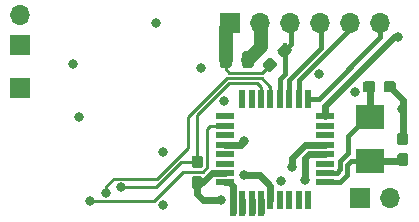
<source format=gbr>
G04 #@! TF.GenerationSoftware,KiCad,Pcbnew,(5.1.5)-3*
G04 #@! TF.CreationDate,2020-04-16T17:24:26+10:00*
G04 #@! TF.ProjectId,Heterodyne,48657465-726f-4647-996e-652e6b696361,rev?*
G04 #@! TF.SameCoordinates,Original*
G04 #@! TF.FileFunction,Copper,L4,Bot*
G04 #@! TF.FilePolarity,Positive*
%FSLAX46Y46*%
G04 Gerber Fmt 4.6, Leading zero omitted, Abs format (unit mm)*
G04 Created by KiCad (PCBNEW (5.1.5)-3) date 2020-04-16 17:24:26*
%MOMM*%
%LPD*%
G04 APERTURE LIST*
%ADD10O,1.700000X1.700000*%
%ADD11R,1.700000X1.700000*%
%ADD12R,0.600000X0.600000*%
%ADD13C,0.100000*%
%ADD14R,1.600000X0.550000*%
%ADD15R,0.550000X1.600000*%
%ADD16R,2.400000X2.000000*%
%ADD17C,0.800000*%
%ADD18C,0.600000*%
%ADD19C,1.200000*%
%ADD20C,0.250000*%
%ADD21C,0.400000*%
G04 APERTURE END LIST*
D10*
X136020000Y-49500000D03*
X133480000Y-49500000D03*
X130940000Y-49500000D03*
X128400000Y-49500000D03*
X125860000Y-49500000D03*
D11*
X123320000Y-49500000D03*
D12*
X123500000Y-65600000D03*
X124300000Y-65600000D03*
X125100000Y-65600000D03*
X125900000Y-65600000D03*
G04 #@! TA.AperFunction,SMDPad,CuDef*
D13*
G36*
X138160779Y-58776144D02*
G01*
X138183834Y-58779563D01*
X138206443Y-58785227D01*
X138228387Y-58793079D01*
X138249457Y-58803044D01*
X138269448Y-58815026D01*
X138288168Y-58828910D01*
X138305438Y-58844562D01*
X138321090Y-58861832D01*
X138334974Y-58880552D01*
X138346956Y-58900543D01*
X138356921Y-58921613D01*
X138364773Y-58943557D01*
X138370437Y-58966166D01*
X138373856Y-58989221D01*
X138375000Y-59012500D01*
X138375000Y-59587500D01*
X138373856Y-59610779D01*
X138370437Y-59633834D01*
X138364773Y-59656443D01*
X138356921Y-59678387D01*
X138346956Y-59699457D01*
X138334974Y-59719448D01*
X138321090Y-59738168D01*
X138305438Y-59755438D01*
X138288168Y-59771090D01*
X138269448Y-59784974D01*
X138249457Y-59796956D01*
X138228387Y-59806921D01*
X138206443Y-59814773D01*
X138183834Y-59820437D01*
X138160779Y-59823856D01*
X138137500Y-59825000D01*
X137662500Y-59825000D01*
X137639221Y-59823856D01*
X137616166Y-59820437D01*
X137593557Y-59814773D01*
X137571613Y-59806921D01*
X137550543Y-59796956D01*
X137530552Y-59784974D01*
X137511832Y-59771090D01*
X137494562Y-59755438D01*
X137478910Y-59738168D01*
X137465026Y-59719448D01*
X137453044Y-59699457D01*
X137443079Y-59678387D01*
X137435227Y-59656443D01*
X137429563Y-59633834D01*
X137426144Y-59610779D01*
X137425000Y-59587500D01*
X137425000Y-59012500D01*
X137426144Y-58989221D01*
X137429563Y-58966166D01*
X137435227Y-58943557D01*
X137443079Y-58921613D01*
X137453044Y-58900543D01*
X137465026Y-58880552D01*
X137478910Y-58861832D01*
X137494562Y-58844562D01*
X137511832Y-58828910D01*
X137530552Y-58815026D01*
X137550543Y-58803044D01*
X137571613Y-58793079D01*
X137593557Y-58785227D01*
X137616166Y-58779563D01*
X137639221Y-58776144D01*
X137662500Y-58775000D01*
X138137500Y-58775000D01*
X138160779Y-58776144D01*
G37*
G04 #@! TD.AperFunction*
G04 #@! TA.AperFunction,SMDPad,CuDef*
G36*
X138160779Y-60526144D02*
G01*
X138183834Y-60529563D01*
X138206443Y-60535227D01*
X138228387Y-60543079D01*
X138249457Y-60553044D01*
X138269448Y-60565026D01*
X138288168Y-60578910D01*
X138305438Y-60594562D01*
X138321090Y-60611832D01*
X138334974Y-60630552D01*
X138346956Y-60650543D01*
X138356921Y-60671613D01*
X138364773Y-60693557D01*
X138370437Y-60716166D01*
X138373856Y-60739221D01*
X138375000Y-60762500D01*
X138375000Y-61337500D01*
X138373856Y-61360779D01*
X138370437Y-61383834D01*
X138364773Y-61406443D01*
X138356921Y-61428387D01*
X138346956Y-61449457D01*
X138334974Y-61469448D01*
X138321090Y-61488168D01*
X138305438Y-61505438D01*
X138288168Y-61521090D01*
X138269448Y-61534974D01*
X138249457Y-61546956D01*
X138228387Y-61556921D01*
X138206443Y-61564773D01*
X138183834Y-61570437D01*
X138160779Y-61573856D01*
X138137500Y-61575000D01*
X137662500Y-61575000D01*
X137639221Y-61573856D01*
X137616166Y-61570437D01*
X137593557Y-61564773D01*
X137571613Y-61556921D01*
X137550543Y-61546956D01*
X137530552Y-61534974D01*
X137511832Y-61521090D01*
X137494562Y-61505438D01*
X137478910Y-61488168D01*
X137465026Y-61469448D01*
X137453044Y-61449457D01*
X137443079Y-61428387D01*
X137435227Y-61406443D01*
X137429563Y-61383834D01*
X137426144Y-61360779D01*
X137425000Y-61337500D01*
X137425000Y-60762500D01*
X137426144Y-60739221D01*
X137429563Y-60716166D01*
X137435227Y-60693557D01*
X137443079Y-60671613D01*
X137453044Y-60650543D01*
X137465026Y-60630552D01*
X137478910Y-60611832D01*
X137494562Y-60594562D01*
X137511832Y-60578910D01*
X137530552Y-60565026D01*
X137550543Y-60553044D01*
X137571613Y-60543079D01*
X137593557Y-60535227D01*
X137616166Y-60529563D01*
X137639221Y-60526144D01*
X137662500Y-60525000D01*
X138137500Y-60525000D01*
X138160779Y-60526144D01*
G37*
G04 #@! TD.AperFunction*
G04 #@! TA.AperFunction,SMDPad,CuDef*
G36*
X120760779Y-62476144D02*
G01*
X120783834Y-62479563D01*
X120806443Y-62485227D01*
X120828387Y-62493079D01*
X120849457Y-62503044D01*
X120869448Y-62515026D01*
X120888168Y-62528910D01*
X120905438Y-62544562D01*
X120921090Y-62561832D01*
X120934974Y-62580552D01*
X120946956Y-62600543D01*
X120956921Y-62621613D01*
X120964773Y-62643557D01*
X120970437Y-62666166D01*
X120973856Y-62689221D01*
X120975000Y-62712500D01*
X120975000Y-63287500D01*
X120973856Y-63310779D01*
X120970437Y-63333834D01*
X120964773Y-63356443D01*
X120956921Y-63378387D01*
X120946956Y-63399457D01*
X120934974Y-63419448D01*
X120921090Y-63438168D01*
X120905438Y-63455438D01*
X120888168Y-63471090D01*
X120869448Y-63484974D01*
X120849457Y-63496956D01*
X120828387Y-63506921D01*
X120806443Y-63514773D01*
X120783834Y-63520437D01*
X120760779Y-63523856D01*
X120737500Y-63525000D01*
X120262500Y-63525000D01*
X120239221Y-63523856D01*
X120216166Y-63520437D01*
X120193557Y-63514773D01*
X120171613Y-63506921D01*
X120150543Y-63496956D01*
X120130552Y-63484974D01*
X120111832Y-63471090D01*
X120094562Y-63455438D01*
X120078910Y-63438168D01*
X120065026Y-63419448D01*
X120053044Y-63399457D01*
X120043079Y-63378387D01*
X120035227Y-63356443D01*
X120029563Y-63333834D01*
X120026144Y-63310779D01*
X120025000Y-63287500D01*
X120025000Y-62712500D01*
X120026144Y-62689221D01*
X120029563Y-62666166D01*
X120035227Y-62643557D01*
X120043079Y-62621613D01*
X120053044Y-62600543D01*
X120065026Y-62580552D01*
X120078910Y-62561832D01*
X120094562Y-62544562D01*
X120111832Y-62528910D01*
X120130552Y-62515026D01*
X120150543Y-62503044D01*
X120171613Y-62493079D01*
X120193557Y-62485227D01*
X120216166Y-62479563D01*
X120239221Y-62476144D01*
X120262500Y-62475000D01*
X120737500Y-62475000D01*
X120760779Y-62476144D01*
G37*
G04 #@! TD.AperFunction*
G04 #@! TA.AperFunction,SMDPad,CuDef*
G36*
X120760779Y-60726144D02*
G01*
X120783834Y-60729563D01*
X120806443Y-60735227D01*
X120828387Y-60743079D01*
X120849457Y-60753044D01*
X120869448Y-60765026D01*
X120888168Y-60778910D01*
X120905438Y-60794562D01*
X120921090Y-60811832D01*
X120934974Y-60830552D01*
X120946956Y-60850543D01*
X120956921Y-60871613D01*
X120964773Y-60893557D01*
X120970437Y-60916166D01*
X120973856Y-60939221D01*
X120975000Y-60962500D01*
X120975000Y-61537500D01*
X120973856Y-61560779D01*
X120970437Y-61583834D01*
X120964773Y-61606443D01*
X120956921Y-61628387D01*
X120946956Y-61649457D01*
X120934974Y-61669448D01*
X120921090Y-61688168D01*
X120905438Y-61705438D01*
X120888168Y-61721090D01*
X120869448Y-61734974D01*
X120849457Y-61746956D01*
X120828387Y-61756921D01*
X120806443Y-61764773D01*
X120783834Y-61770437D01*
X120760779Y-61773856D01*
X120737500Y-61775000D01*
X120262500Y-61775000D01*
X120239221Y-61773856D01*
X120216166Y-61770437D01*
X120193557Y-61764773D01*
X120171613Y-61756921D01*
X120150543Y-61746956D01*
X120130552Y-61734974D01*
X120111832Y-61721090D01*
X120094562Y-61705438D01*
X120078910Y-61688168D01*
X120065026Y-61669448D01*
X120053044Y-61649457D01*
X120043079Y-61628387D01*
X120035227Y-61606443D01*
X120029563Y-61583834D01*
X120026144Y-61560779D01*
X120025000Y-61537500D01*
X120025000Y-60962500D01*
X120026144Y-60939221D01*
X120029563Y-60916166D01*
X120035227Y-60893557D01*
X120043079Y-60871613D01*
X120053044Y-60850543D01*
X120065026Y-60830552D01*
X120078910Y-60811832D01*
X120094562Y-60794562D01*
X120111832Y-60778910D01*
X120130552Y-60765026D01*
X120150543Y-60753044D01*
X120171613Y-60743079D01*
X120193557Y-60735227D01*
X120216166Y-60729563D01*
X120239221Y-60726144D01*
X120262500Y-60725000D01*
X120737500Y-60725000D01*
X120760779Y-60726144D01*
G37*
G04 #@! TD.AperFunction*
G04 #@! TA.AperFunction,SMDPad,CuDef*
G36*
X127958634Y-51192413D02*
G01*
X127981689Y-51195832D01*
X128004298Y-51201496D01*
X128026242Y-51209348D01*
X128047312Y-51219313D01*
X128067303Y-51231295D01*
X128086023Y-51245179D01*
X128103293Y-51260831D01*
X128439169Y-51596707D01*
X128454821Y-51613977D01*
X128468705Y-51632697D01*
X128480687Y-51652688D01*
X128490652Y-51673758D01*
X128498504Y-51695702D01*
X128504168Y-51718311D01*
X128507587Y-51741366D01*
X128508731Y-51764645D01*
X128507587Y-51787924D01*
X128504168Y-51810979D01*
X128498504Y-51833588D01*
X128490652Y-51855532D01*
X128480687Y-51876602D01*
X128468705Y-51896593D01*
X128454821Y-51915313D01*
X128439169Y-51932583D01*
X128032583Y-52339169D01*
X128015313Y-52354821D01*
X127996593Y-52368705D01*
X127976602Y-52380687D01*
X127955532Y-52390652D01*
X127933588Y-52398504D01*
X127910979Y-52404168D01*
X127887924Y-52407587D01*
X127864645Y-52408731D01*
X127841366Y-52407587D01*
X127818311Y-52404168D01*
X127795702Y-52398504D01*
X127773758Y-52390652D01*
X127752688Y-52380687D01*
X127732697Y-52368705D01*
X127713977Y-52354821D01*
X127696707Y-52339169D01*
X127360831Y-52003293D01*
X127345179Y-51986023D01*
X127331295Y-51967303D01*
X127319313Y-51947312D01*
X127309348Y-51926242D01*
X127301496Y-51904298D01*
X127295832Y-51881689D01*
X127292413Y-51858634D01*
X127291269Y-51835355D01*
X127292413Y-51812076D01*
X127295832Y-51789021D01*
X127301496Y-51766412D01*
X127309348Y-51744468D01*
X127319313Y-51723398D01*
X127331295Y-51703407D01*
X127345179Y-51684687D01*
X127360831Y-51667417D01*
X127767417Y-51260831D01*
X127784687Y-51245179D01*
X127803407Y-51231295D01*
X127823398Y-51219313D01*
X127844468Y-51209348D01*
X127866412Y-51201496D01*
X127889021Y-51195832D01*
X127912076Y-51192413D01*
X127935355Y-51191269D01*
X127958634Y-51192413D01*
G37*
G04 #@! TD.AperFunction*
G04 #@! TA.AperFunction,SMDPad,CuDef*
G36*
X126721198Y-52429849D02*
G01*
X126744253Y-52433268D01*
X126766862Y-52438932D01*
X126788806Y-52446784D01*
X126809876Y-52456749D01*
X126829867Y-52468731D01*
X126848587Y-52482615D01*
X126865857Y-52498267D01*
X127201733Y-52834143D01*
X127217385Y-52851413D01*
X127231269Y-52870133D01*
X127243251Y-52890124D01*
X127253216Y-52911194D01*
X127261068Y-52933138D01*
X127266732Y-52955747D01*
X127270151Y-52978802D01*
X127271295Y-53002081D01*
X127270151Y-53025360D01*
X127266732Y-53048415D01*
X127261068Y-53071024D01*
X127253216Y-53092968D01*
X127243251Y-53114038D01*
X127231269Y-53134029D01*
X127217385Y-53152749D01*
X127201733Y-53170019D01*
X126795147Y-53576605D01*
X126777877Y-53592257D01*
X126759157Y-53606141D01*
X126739166Y-53618123D01*
X126718096Y-53628088D01*
X126696152Y-53635940D01*
X126673543Y-53641604D01*
X126650488Y-53645023D01*
X126627209Y-53646167D01*
X126603930Y-53645023D01*
X126580875Y-53641604D01*
X126558266Y-53635940D01*
X126536322Y-53628088D01*
X126515252Y-53618123D01*
X126495261Y-53606141D01*
X126476541Y-53592257D01*
X126459271Y-53576605D01*
X126123395Y-53240729D01*
X126107743Y-53223459D01*
X126093859Y-53204739D01*
X126081877Y-53184748D01*
X126071912Y-53163678D01*
X126064060Y-53141734D01*
X126058396Y-53119125D01*
X126054977Y-53096070D01*
X126053833Y-53072791D01*
X126054977Y-53049512D01*
X126058396Y-53026457D01*
X126064060Y-53003848D01*
X126071912Y-52981904D01*
X126081877Y-52960834D01*
X126093859Y-52940843D01*
X126107743Y-52922123D01*
X126123395Y-52904853D01*
X126529981Y-52498267D01*
X126547251Y-52482615D01*
X126565971Y-52468731D01*
X126585962Y-52456749D01*
X126607032Y-52446784D01*
X126628976Y-52438932D01*
X126651585Y-52433268D01*
X126674640Y-52429849D01*
X126697919Y-52428705D01*
X126721198Y-52429849D01*
G37*
G04 #@! TD.AperFunction*
G04 #@! TA.AperFunction,SMDPad,CuDef*
G36*
X125067642Y-51901174D02*
G01*
X125091303Y-51904684D01*
X125114507Y-51910496D01*
X125137029Y-51918554D01*
X125158653Y-51928782D01*
X125179170Y-51941079D01*
X125198383Y-51955329D01*
X125216107Y-51971393D01*
X125232171Y-51989117D01*
X125246421Y-52008330D01*
X125258718Y-52028847D01*
X125268946Y-52050471D01*
X125277004Y-52072993D01*
X125282816Y-52096197D01*
X125286326Y-52119858D01*
X125287500Y-52143750D01*
X125287500Y-53056250D01*
X125286326Y-53080142D01*
X125282816Y-53103803D01*
X125277004Y-53127007D01*
X125268946Y-53149529D01*
X125258718Y-53171153D01*
X125246421Y-53191670D01*
X125232171Y-53210883D01*
X125216107Y-53228607D01*
X125198383Y-53244671D01*
X125179170Y-53258921D01*
X125158653Y-53271218D01*
X125137029Y-53281446D01*
X125114507Y-53289504D01*
X125091303Y-53295316D01*
X125067642Y-53298826D01*
X125043750Y-53300000D01*
X124556250Y-53300000D01*
X124532358Y-53298826D01*
X124508697Y-53295316D01*
X124485493Y-53289504D01*
X124462971Y-53281446D01*
X124441347Y-53271218D01*
X124420830Y-53258921D01*
X124401617Y-53244671D01*
X124383893Y-53228607D01*
X124367829Y-53210883D01*
X124353579Y-53191670D01*
X124341282Y-53171153D01*
X124331054Y-53149529D01*
X124322996Y-53127007D01*
X124317184Y-53103803D01*
X124313674Y-53080142D01*
X124312500Y-53056250D01*
X124312500Y-52143750D01*
X124313674Y-52119858D01*
X124317184Y-52096197D01*
X124322996Y-52072993D01*
X124331054Y-52050471D01*
X124341282Y-52028847D01*
X124353579Y-52008330D01*
X124367829Y-51989117D01*
X124383893Y-51971393D01*
X124401617Y-51955329D01*
X124420830Y-51941079D01*
X124441347Y-51928782D01*
X124462971Y-51918554D01*
X124485493Y-51910496D01*
X124508697Y-51904684D01*
X124532358Y-51901174D01*
X124556250Y-51900000D01*
X125043750Y-51900000D01*
X125067642Y-51901174D01*
G37*
G04 #@! TD.AperFunction*
G04 #@! TA.AperFunction,SMDPad,CuDef*
G36*
X123192642Y-51901174D02*
G01*
X123216303Y-51904684D01*
X123239507Y-51910496D01*
X123262029Y-51918554D01*
X123283653Y-51928782D01*
X123304170Y-51941079D01*
X123323383Y-51955329D01*
X123341107Y-51971393D01*
X123357171Y-51989117D01*
X123371421Y-52008330D01*
X123383718Y-52028847D01*
X123393946Y-52050471D01*
X123402004Y-52072993D01*
X123407816Y-52096197D01*
X123411326Y-52119858D01*
X123412500Y-52143750D01*
X123412500Y-53056250D01*
X123411326Y-53080142D01*
X123407816Y-53103803D01*
X123402004Y-53127007D01*
X123393946Y-53149529D01*
X123383718Y-53171153D01*
X123371421Y-53191670D01*
X123357171Y-53210883D01*
X123341107Y-53228607D01*
X123323383Y-53244671D01*
X123304170Y-53258921D01*
X123283653Y-53271218D01*
X123262029Y-53281446D01*
X123239507Y-53289504D01*
X123216303Y-53295316D01*
X123192642Y-53298826D01*
X123168750Y-53300000D01*
X122681250Y-53300000D01*
X122657358Y-53298826D01*
X122633697Y-53295316D01*
X122610493Y-53289504D01*
X122587971Y-53281446D01*
X122566347Y-53271218D01*
X122545830Y-53258921D01*
X122526617Y-53244671D01*
X122508893Y-53228607D01*
X122492829Y-53210883D01*
X122478579Y-53191670D01*
X122466282Y-53171153D01*
X122456054Y-53149529D01*
X122447996Y-53127007D01*
X122442184Y-53103803D01*
X122438674Y-53080142D01*
X122437500Y-53056250D01*
X122437500Y-52143750D01*
X122438674Y-52119858D01*
X122442184Y-52096197D01*
X122447996Y-52072993D01*
X122456054Y-52050471D01*
X122466282Y-52028847D01*
X122478579Y-52008330D01*
X122492829Y-51989117D01*
X122508893Y-51971393D01*
X122526617Y-51955329D01*
X122545830Y-51941079D01*
X122566347Y-51928782D01*
X122587971Y-51918554D01*
X122610493Y-51910496D01*
X122633697Y-51904684D01*
X122657358Y-51901174D01*
X122681250Y-51900000D01*
X123168750Y-51900000D01*
X123192642Y-51901174D01*
G37*
G04 #@! TD.AperFunction*
G04 #@! TA.AperFunction,SMDPad,CuDef*
G36*
X135360779Y-54426144D02*
G01*
X135383834Y-54429563D01*
X135406443Y-54435227D01*
X135428387Y-54443079D01*
X135449457Y-54453044D01*
X135469448Y-54465026D01*
X135488168Y-54478910D01*
X135505438Y-54494562D01*
X135521090Y-54511832D01*
X135534974Y-54530552D01*
X135546956Y-54550543D01*
X135556921Y-54571613D01*
X135564773Y-54593557D01*
X135570437Y-54616166D01*
X135573856Y-54639221D01*
X135575000Y-54662500D01*
X135575000Y-55137500D01*
X135573856Y-55160779D01*
X135570437Y-55183834D01*
X135564773Y-55206443D01*
X135556921Y-55228387D01*
X135546956Y-55249457D01*
X135534974Y-55269448D01*
X135521090Y-55288168D01*
X135505438Y-55305438D01*
X135488168Y-55321090D01*
X135469448Y-55334974D01*
X135449457Y-55346956D01*
X135428387Y-55356921D01*
X135406443Y-55364773D01*
X135383834Y-55370437D01*
X135360779Y-55373856D01*
X135337500Y-55375000D01*
X134762500Y-55375000D01*
X134739221Y-55373856D01*
X134716166Y-55370437D01*
X134693557Y-55364773D01*
X134671613Y-55356921D01*
X134650543Y-55346956D01*
X134630552Y-55334974D01*
X134611832Y-55321090D01*
X134594562Y-55305438D01*
X134578910Y-55288168D01*
X134565026Y-55269448D01*
X134553044Y-55249457D01*
X134543079Y-55228387D01*
X134535227Y-55206443D01*
X134529563Y-55183834D01*
X134526144Y-55160779D01*
X134525000Y-55137500D01*
X134525000Y-54662500D01*
X134526144Y-54639221D01*
X134529563Y-54616166D01*
X134535227Y-54593557D01*
X134543079Y-54571613D01*
X134553044Y-54550543D01*
X134565026Y-54530552D01*
X134578910Y-54511832D01*
X134594562Y-54494562D01*
X134611832Y-54478910D01*
X134630552Y-54465026D01*
X134650543Y-54453044D01*
X134671613Y-54443079D01*
X134693557Y-54435227D01*
X134716166Y-54429563D01*
X134739221Y-54426144D01*
X134762500Y-54425000D01*
X135337500Y-54425000D01*
X135360779Y-54426144D01*
G37*
G04 #@! TD.AperFunction*
G04 #@! TA.AperFunction,SMDPad,CuDef*
G36*
X137110779Y-54426144D02*
G01*
X137133834Y-54429563D01*
X137156443Y-54435227D01*
X137178387Y-54443079D01*
X137199457Y-54453044D01*
X137219448Y-54465026D01*
X137238168Y-54478910D01*
X137255438Y-54494562D01*
X137271090Y-54511832D01*
X137284974Y-54530552D01*
X137296956Y-54550543D01*
X137306921Y-54571613D01*
X137314773Y-54593557D01*
X137320437Y-54616166D01*
X137323856Y-54639221D01*
X137325000Y-54662500D01*
X137325000Y-55137500D01*
X137323856Y-55160779D01*
X137320437Y-55183834D01*
X137314773Y-55206443D01*
X137306921Y-55228387D01*
X137296956Y-55249457D01*
X137284974Y-55269448D01*
X137271090Y-55288168D01*
X137255438Y-55305438D01*
X137238168Y-55321090D01*
X137219448Y-55334974D01*
X137199457Y-55346956D01*
X137178387Y-55356921D01*
X137156443Y-55364773D01*
X137133834Y-55370437D01*
X137110779Y-55373856D01*
X137087500Y-55375000D01*
X136512500Y-55375000D01*
X136489221Y-55373856D01*
X136466166Y-55370437D01*
X136443557Y-55364773D01*
X136421613Y-55356921D01*
X136400543Y-55346956D01*
X136380552Y-55334974D01*
X136361832Y-55321090D01*
X136344562Y-55305438D01*
X136328910Y-55288168D01*
X136315026Y-55269448D01*
X136303044Y-55249457D01*
X136293079Y-55228387D01*
X136285227Y-55206443D01*
X136279563Y-55183834D01*
X136276144Y-55160779D01*
X136275000Y-55137500D01*
X136275000Y-54662500D01*
X136276144Y-54639221D01*
X136279563Y-54616166D01*
X136285227Y-54593557D01*
X136293079Y-54571613D01*
X136303044Y-54550543D01*
X136315026Y-54530552D01*
X136328910Y-54511832D01*
X136344562Y-54494562D01*
X136361832Y-54478910D01*
X136380552Y-54465026D01*
X136400543Y-54453044D01*
X136421613Y-54443079D01*
X136443557Y-54435227D01*
X136466166Y-54429563D01*
X136489221Y-54426144D01*
X136512500Y-54425000D01*
X137087500Y-54425000D01*
X137110779Y-54426144D01*
G37*
G04 #@! TD.AperFunction*
D11*
X105500000Y-55000000D03*
X105500000Y-51400000D03*
D10*
X105500000Y-48860000D03*
X136800000Y-64300000D03*
D11*
X134260000Y-64300000D03*
D14*
X131350000Y-57400000D03*
X131350000Y-58200000D03*
X131350000Y-59000000D03*
X131350000Y-59800000D03*
X131350000Y-60600000D03*
X131350000Y-61400000D03*
X131350000Y-62200000D03*
X131350000Y-63000000D03*
D15*
X129900000Y-64450000D03*
X129100000Y-64450000D03*
X128300000Y-64450000D03*
X127500000Y-64450000D03*
X126700000Y-64450000D03*
X125900000Y-64450000D03*
X125100000Y-64450000D03*
X124300000Y-64450000D03*
D14*
X122850000Y-63000000D03*
X122850000Y-62200000D03*
X122850000Y-61400000D03*
X122850000Y-60600000D03*
X122850000Y-59800000D03*
X122850000Y-59000000D03*
X122850000Y-58200000D03*
X122850000Y-57400000D03*
D15*
X124300000Y-55950000D03*
X125100000Y-55950000D03*
X125900000Y-55950000D03*
X126700000Y-55950000D03*
X127500000Y-55950000D03*
X128300000Y-55950000D03*
X129100000Y-55950000D03*
X129900000Y-55950000D03*
D16*
X135100000Y-57500000D03*
X135100000Y-61200000D03*
D17*
X110000000Y-53000000D03*
X110500000Y-57500000D03*
X137875000Y-56800000D03*
X133823897Y-55323897D03*
X130800000Y-53800000D03*
X122800000Y-56100000D03*
X124500000Y-59500000D03*
X117600000Y-60400000D03*
X127600000Y-62900000D03*
X129600000Y-62800000D03*
X120800000Y-53299996D03*
X122500000Y-64500000D03*
X117600000Y-64900000D03*
X111400000Y-64600000D03*
X128500000Y-61699998D03*
X117000000Y-49500000D03*
X137500000Y-50700000D03*
X124500000Y-62400000D03*
X114055553Y-63419447D03*
X112800000Y-63874990D03*
D18*
X137900000Y-56000000D02*
X136800000Y-54900000D01*
X137900000Y-56800000D02*
X137875000Y-56800000D01*
X137900000Y-56800000D02*
X137900000Y-56000000D01*
X137900000Y-59300000D02*
X137900000Y-56800000D01*
X122850000Y-59800000D02*
X124200000Y-59800000D01*
X124200000Y-59800000D02*
X124500000Y-59500000D01*
X129950000Y-60600000D02*
X129600000Y-60950000D01*
X129600000Y-62234315D02*
X129600000Y-62800000D01*
X129600000Y-60950000D02*
X129600000Y-62234315D01*
X131350000Y-60600000D02*
X129950000Y-60600000D01*
D19*
X125880000Y-51520000D02*
X124800000Y-52600000D01*
X125880000Y-49500000D02*
X125880000Y-51520000D01*
D18*
X120500000Y-63000000D02*
X120975000Y-63000000D01*
X121775010Y-62199990D02*
X122850000Y-62199990D01*
X120975000Y-63000000D02*
X121775010Y-62199990D01*
X120500000Y-63000000D02*
X120500000Y-64000000D01*
X120500000Y-64000000D02*
X121000000Y-64500000D01*
X121000000Y-64500000D02*
X122500000Y-64500000D01*
X131350000Y-59800000D02*
X129618616Y-59800000D01*
X128500000Y-61134313D02*
X128500000Y-61699998D01*
X128500000Y-60918616D02*
X128500000Y-61134313D01*
X129618616Y-59800000D02*
X128500000Y-60918616D01*
D19*
X122925000Y-49915000D02*
X123340000Y-49500000D01*
X122925000Y-52600000D02*
X122925000Y-49915000D01*
D20*
X122925000Y-53425000D02*
X122925000Y-52600000D01*
X123199981Y-53699981D02*
X122925000Y-53425000D01*
X126662564Y-53037436D02*
X126000019Y-53699981D01*
X126000019Y-53699981D02*
X123199981Y-53699981D01*
D21*
X134900000Y-57500000D02*
X135100000Y-57500000D01*
X133300000Y-59100000D02*
X134900000Y-57500000D01*
X132300000Y-62200000D02*
X132600000Y-61900000D01*
X133300000Y-60500000D02*
X133300000Y-59100000D01*
X131350000Y-62200000D02*
X132300000Y-62200000D01*
X132600000Y-61900000D02*
X132600000Y-61200000D01*
X132600000Y-61200000D02*
X133300000Y-60500000D01*
D18*
X135100000Y-54950000D02*
X135050000Y-54900000D01*
X135100000Y-57500000D02*
X135100000Y-54950000D01*
D21*
X132550000Y-63000000D02*
X133200000Y-62350000D01*
X131350000Y-63000000D02*
X132550000Y-63000000D01*
X133500000Y-61200000D02*
X135100000Y-61200000D01*
X133200000Y-61500000D02*
X133500000Y-61200000D01*
X133200000Y-62350000D02*
X133200000Y-61500000D01*
D18*
X137750000Y-61200000D02*
X137900000Y-61050000D01*
X135100000Y-61200000D02*
X137750000Y-61200000D01*
X131350000Y-57400000D02*
X131350000Y-56525000D01*
X137175000Y-50700000D02*
X137500000Y-50700000D01*
X131350000Y-56525000D02*
X137175000Y-50700000D01*
X125065685Y-62400000D02*
X124500000Y-62400000D01*
X125825002Y-62400000D02*
X125065685Y-62400000D01*
X126700000Y-63274998D02*
X125825002Y-62400000D01*
X126700000Y-64450000D02*
X126700000Y-63274998D01*
D21*
X114055553Y-63419447D02*
X114080553Y-63419447D01*
D20*
X114055553Y-63419447D02*
X116980553Y-63419447D01*
X119150000Y-61250000D02*
X120500000Y-61250000D01*
X116980553Y-63419447D02*
X119150000Y-61250000D01*
X120500000Y-57326998D02*
X123226998Y-54600000D01*
X120500000Y-61250000D02*
X120500000Y-57326998D01*
X125900000Y-54900000D02*
X125900000Y-55950000D01*
X125600000Y-54600000D02*
X125900000Y-54900000D01*
X123226998Y-54600000D02*
X125600000Y-54600000D01*
X117069144Y-62694446D02*
X113414859Y-62694446D01*
X123040597Y-54149991D02*
X119700000Y-57490588D01*
X125949991Y-54149991D02*
X123040597Y-54149991D01*
X112800000Y-63309305D02*
X112800000Y-63874990D01*
X113414859Y-62694446D02*
X112800000Y-63309305D01*
X126700000Y-55950000D02*
X126700000Y-54900000D01*
X119700000Y-60063590D02*
X117069144Y-62694446D01*
X119700000Y-57490588D02*
X119700000Y-60063590D01*
X126700000Y-54900000D02*
X125949991Y-54149991D01*
D21*
X133500000Y-49948542D02*
X133500000Y-49500000D01*
X129100000Y-55950000D02*
X129100000Y-54348542D01*
X129100000Y-54348542D02*
X133500000Y-49948542D01*
X128300000Y-55000000D02*
X128300000Y-55950000D01*
X130960000Y-51640000D02*
X128300000Y-54300000D01*
X128300000Y-54300000D02*
X128300000Y-55000000D01*
X130960000Y-49500000D02*
X130960000Y-51640000D01*
X128420000Y-51280000D02*
X127900000Y-51800000D01*
X128420000Y-49500000D02*
X128420000Y-51280000D01*
X127500000Y-54750000D02*
X127500000Y-55950000D01*
X127500000Y-54251458D02*
X127500000Y-54750000D01*
X127900000Y-53851458D02*
X127500000Y-54251458D01*
X127900000Y-51800000D02*
X127900000Y-53851458D01*
D18*
X125900000Y-64450000D02*
X125900000Y-65474990D01*
X125100000Y-64450000D02*
X125100000Y-65474990D01*
D21*
X124300000Y-64450000D02*
X124300000Y-64500000D01*
D18*
X124300000Y-64450000D02*
X124300000Y-65474990D01*
X123200000Y-63000000D02*
X123500000Y-63300000D01*
X122850000Y-63000000D02*
X123200000Y-63000000D01*
X123500000Y-63300000D02*
X123500000Y-65474990D01*
D21*
X136020000Y-50702081D02*
X136020000Y-49500000D01*
X130772081Y-55950000D02*
X136020000Y-50702081D01*
X129900000Y-55950000D02*
X130772081Y-55950000D01*
D20*
X121800000Y-58200000D02*
X122850000Y-58200000D01*
X121590000Y-58200000D02*
X121800000Y-58200000D01*
X121350000Y-61720510D02*
X121350000Y-58440000D01*
X120970500Y-62100010D02*
X121350000Y-61720510D01*
X116826998Y-64600000D02*
X119326988Y-62100010D01*
X119326988Y-62100010D02*
X120970500Y-62100010D01*
X111400000Y-64600000D02*
X116826998Y-64600000D01*
X121350000Y-58440000D02*
X121590000Y-58200000D01*
M02*

</source>
